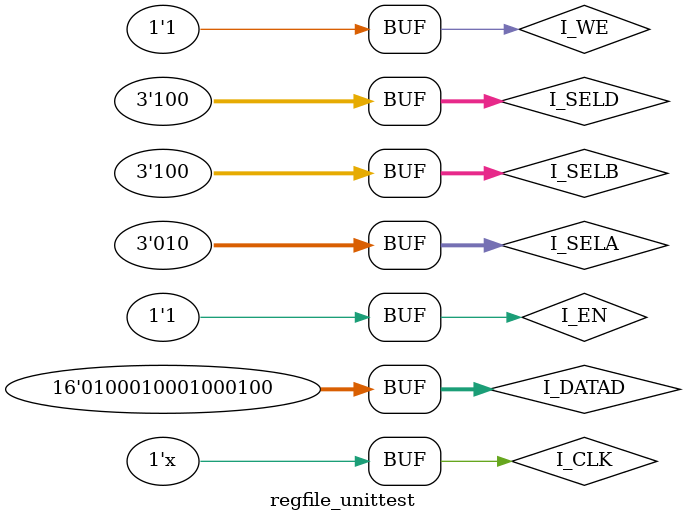
<source format=v>
`timescale 1ns / 1ps

module regfile_unittest();
	
	//variable declaration
	//regs
	reg I_CLK;
	reg I_EN;
	reg I_WE;
	reg [2:0] I_SELA;
	reg [2:0] I_SELB;
	reg [2:0] I_SELD;
	reg [15:0] I_DATAD;
	//wires
	wire [15:0] O_DATAA;
	wire [15:0] O_DATAB;
	
	reg_file reg_unit(
		//inputs
		I_CLK,
		I_EN,
		I_WE,
		I_SELA,
		I_SELB,
		I_SELD,
		I_DATAD,
		//outputs
		O_DATAA,
		O_DATAB
	);

	initial begin
	//reseting all inputs
		I_CLK = 1'b0;
		I_DATAD = 0;
		I_EN = 0;
		I_SELA = 0;
		I_SELB = 0;
		I_SELD = 0;
		I_WE = 0;
		
		//start test
		//time = 7
		#7
		I_EN = 1'b1;
		
		I_SELA = 3'b000;
		I_SELB = 3'b000;
		I_SELD = 3'b000;
		
		I_DATAD = 16'hFFFF;
		I_WE = 1'b1;
		
		//time = 17
		#10;
		I_WE = 1'b0;
		I_SELD = 3'b010;
		I_DATAD = 16'h2222;
		
		//time = 27
		#10;
		I_WE = 1;
		
		//time = 37
		#10;
		I_DATAD = 16'h3333;
		
		//time = 47
		#10;
		I_WE = 0;
		I_SELD = 3'b001;
		I_DATAD = 16'hFEED;
		
		//time = 57
		#10;
		I_SELD = 3'b100;
		I_DATAD = 16'h4444;
		
		//time = 67
		#10;
		I_WE = 1;
		
		//time = 117
		#50;
		I_SELA = 3'b010;
		I_SELB = 3'b100;
		
	end
	
	//clock generation
	always begin
		#5;
		I_CLK = ~I_CLK;
	end
	
endmodule
</source>
